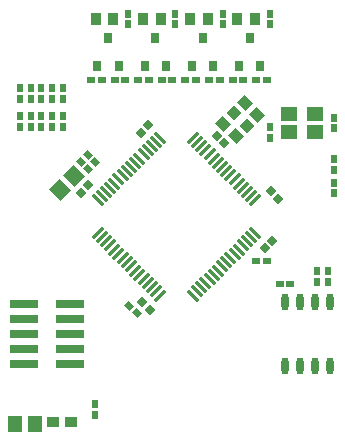
<source format=gtp>
G04*
G04 #@! TF.GenerationSoftware,Altium Limited,Altium Designer,19.0.15 (446)*
G04*
G04 Layer_Color=8421504*
%FSLAX44Y44*%
%MOMM*%
G71*
G01*
G75*
%ADD14R,1.2000X1.4000*%
%ADD15R,0.5500X0.6500*%
%ADD16O,0.6000X1.4500*%
%ADD17R,0.6600X0.6200*%
%ADD18R,1.4000X1.1500*%
%ADD19R,0.9000X1.1000*%
%ADD20R,0.6200X0.6600*%
%ADD21R,0.6500X0.5500*%
%ADD22R,0.6500X0.9500*%
G04:AMPARAMS|DCode=23|XSize=0.3mm|YSize=1.4mm|CornerRadius=0mm|HoleSize=0mm|Usage=FLASHONLY|Rotation=315.000|XOffset=0mm|YOffset=0mm|HoleType=Round|Shape=Round|*
%AMOVALD23*
21,1,1.1000,0.3000,0.0000,0.0000,45.0*
1,1,0.3000,-0.3889,-0.3889*
1,1,0.3000,0.3889,0.3889*
%
%ADD23OVALD23*%

G04:AMPARAMS|DCode=24|XSize=0.3mm|YSize=1.4mm|CornerRadius=0mm|HoleSize=0mm|Usage=FLASHONLY|Rotation=225.000|XOffset=0mm|YOffset=0mm|HoleType=Round|Shape=Round|*
%AMOVALD24*
21,1,1.1000,0.3000,0.0000,0.0000,315.0*
1,1,0.3000,-0.3889,0.3889*
1,1,0.3000,0.3889,-0.3889*
%
%ADD24OVALD24*%

G04:AMPARAMS|DCode=25|XSize=0.55mm|YSize=0.65mm|CornerRadius=0mm|HoleSize=0mm|Usage=FLASHONLY|Rotation=225.000|XOffset=0mm|YOffset=0mm|HoleType=Round|Shape=Rectangle|*
%AMROTATEDRECTD25*
4,1,4,-0.0354,0.4243,0.4243,-0.0354,0.0354,-0.4243,-0.4243,0.0354,-0.0354,0.4243,0.0*
%
%ADD25ROTATEDRECTD25*%

%ADD26R,1.0000X0.9500*%
G04:AMPARAMS|DCode=27|XSize=0.62mm|YSize=0.66mm|CornerRadius=0mm|HoleSize=0mm|Usage=FLASHONLY|Rotation=45.000|XOffset=0mm|YOffset=0mm|HoleType=Round|Shape=Rectangle|*
%AMROTATEDRECTD27*
4,1,4,0.0141,-0.4526,-0.4526,0.0141,-0.0141,0.4526,0.4526,-0.0141,0.0141,-0.4526,0.0*
%
%ADD27ROTATEDRECTD27*%

G04:AMPARAMS|DCode=28|XSize=0.95mm|YSize=1mm|CornerRadius=0mm|HoleSize=0mm|Usage=FLASHONLY|Rotation=45.000|XOffset=0mm|YOffset=0mm|HoleType=Round|Shape=Rectangle|*
%AMROTATEDRECTD28*
4,1,4,0.0177,-0.6894,-0.6894,0.0177,-0.0177,0.6894,0.6894,-0.0177,0.0177,-0.6894,0.0*
%
%ADD28ROTATEDRECTD28*%

G04:AMPARAMS|DCode=29|XSize=1.4mm|YSize=1.2mm|CornerRadius=0mm|HoleSize=0mm|Usage=FLASHONLY|Rotation=135.000|XOffset=0mm|YOffset=0mm|HoleType=Round|Shape=Rectangle|*
%AMROTATEDRECTD29*
4,1,4,0.9192,-0.0707,0.0707,-0.9192,-0.9192,0.0707,-0.0707,0.9192,0.9192,-0.0707,0.0*
%
%ADD29ROTATEDRECTD29*%

G04:AMPARAMS|DCode=30|XSize=0.62mm|YSize=0.66mm|CornerRadius=0mm|HoleSize=0mm|Usage=FLASHONLY|Rotation=135.000|XOffset=0mm|YOffset=0mm|HoleType=Round|Shape=Rectangle|*
%AMROTATEDRECTD30*
4,1,4,0.4526,0.0141,-0.0141,-0.4526,-0.4526,-0.0141,0.0141,0.4526,0.4526,0.0141,0.0*
%
%ADD30ROTATEDRECTD30*%

G04:AMPARAMS|DCode=31|XSize=0.94mm|YSize=0.89mm|CornerRadius=0mm|HoleSize=0mm|Usage=FLASHONLY|Rotation=225.000|XOffset=0mm|YOffset=0mm|HoleType=Round|Shape=Rectangle|*
%AMROTATEDRECTD31*
4,1,4,0.0177,0.6470,0.6470,0.0177,-0.0177,-0.6470,-0.6470,-0.0177,0.0177,0.6470,0.0*
%
%ADD31ROTATEDRECTD31*%

G04:AMPARAMS|DCode=32|XSize=0.76mm|YSize=2.4mm|CornerRadius=0.19mm|HoleSize=0mm|Usage=FLASHONLY|Rotation=90.000|XOffset=0mm|YOffset=0mm|HoleType=Round|Shape=RoundedRectangle|*
%AMROUNDEDRECTD32*
21,1,0.7600,2.0200,0,0,90.0*
21,1,0.3800,2.4000,0,0,90.0*
1,1,0.3800,1.0100,0.1900*
1,1,0.3800,1.0100,-0.1900*
1,1,0.3800,-1.0100,-0.1900*
1,1,0.3800,-1.0100,0.1900*
%
%ADD32ROUNDEDRECTD32*%
D14*
X30500Y53000D02*
D03*
X13500D02*
D03*
D15*
X53500Y328500D02*
D03*
Y337500D02*
D03*
X44500Y328500D02*
D03*
Y337500D02*
D03*
X35500Y328500D02*
D03*
Y337500D02*
D03*
X26500Y328500D02*
D03*
Y337500D02*
D03*
X17500Y328500D02*
D03*
Y337500D02*
D03*
X278000Y173500D02*
D03*
Y182500D02*
D03*
X269000Y173500D02*
D03*
Y182500D02*
D03*
X53500Y304500D02*
D03*
Y313500D02*
D03*
X44500Y304500D02*
D03*
Y313500D02*
D03*
X35500Y304500D02*
D03*
Y313500D02*
D03*
X26500Y304500D02*
D03*
Y313500D02*
D03*
X17500Y304500D02*
D03*
Y313500D02*
D03*
X109000Y400500D02*
D03*
Y391500D02*
D03*
X81182Y69750D02*
D03*
Y60750D02*
D03*
X149000Y400500D02*
D03*
Y391500D02*
D03*
X189000Y400500D02*
D03*
Y391500D02*
D03*
X229000Y400500D02*
D03*
Y391500D02*
D03*
D16*
X241950Y102350D02*
D03*
X254650D02*
D03*
X267350D02*
D03*
X280050D02*
D03*
X241950Y156850D02*
D03*
X254650D02*
D03*
X267350D02*
D03*
X280050D02*
D03*
D17*
X246400Y172000D02*
D03*
X237600D02*
D03*
D18*
X245000Y316000D02*
D03*
X267000D02*
D03*
X245000Y300000D02*
D03*
X267000D02*
D03*
D19*
X96500Y396000D02*
D03*
X81500D02*
D03*
X136500Y396000D02*
D03*
X121500D02*
D03*
X176500D02*
D03*
X161500D02*
D03*
X216500D02*
D03*
X201500D02*
D03*
D20*
X283000Y303600D02*
D03*
Y312400D02*
D03*
X229000Y304400D02*
D03*
Y295600D02*
D03*
X283000Y257400D02*
D03*
Y248600D02*
D03*
Y268600D02*
D03*
Y277400D02*
D03*
D21*
X217500Y191000D02*
D03*
X226500D02*
D03*
X86500Y344000D02*
D03*
X77500D02*
D03*
X106500D02*
D03*
X97500D02*
D03*
X126500Y344000D02*
D03*
X117500D02*
D03*
X146500D02*
D03*
X137500D02*
D03*
X166500D02*
D03*
X157500D02*
D03*
X186500D02*
D03*
X177500D02*
D03*
X206500D02*
D03*
X197500D02*
D03*
X226500D02*
D03*
X217500D02*
D03*
D22*
X92000Y379750D02*
D03*
X101000Y356250D02*
D03*
X83000D02*
D03*
X132000Y379750D02*
D03*
X141000Y356250D02*
D03*
X123000D02*
D03*
X172000Y379750D02*
D03*
X181000Y356250D02*
D03*
X163000D02*
D03*
X212000Y379750D02*
D03*
X221000Y356250D02*
D03*
X203000D02*
D03*
D23*
X216822Y242482D02*
D03*
X213286Y246018D02*
D03*
X209750Y249553D02*
D03*
X206215Y253089D02*
D03*
X202680Y256624D02*
D03*
X199144Y260160D02*
D03*
X195608Y263696D02*
D03*
X192073Y267231D02*
D03*
X188537Y270767D02*
D03*
X185002Y274302D02*
D03*
X181466Y277838D02*
D03*
X177931Y281373D02*
D03*
X174395Y284909D02*
D03*
X170860Y288444D02*
D03*
X167324Y291980D02*
D03*
X163789Y295515D02*
D03*
X83178Y214905D02*
D03*
X86714Y211370D02*
D03*
X90250Y207834D02*
D03*
X93785Y204298D02*
D03*
X97320Y200763D02*
D03*
X100856Y197227D02*
D03*
X104392Y193692D02*
D03*
X107927Y190156D02*
D03*
X111463Y186621D02*
D03*
X114998Y183085D02*
D03*
X118534Y179550D02*
D03*
X122069Y176014D02*
D03*
X125605Y172479D02*
D03*
X129140Y168943D02*
D03*
X132676Y165408D02*
D03*
X136211Y161872D02*
D03*
D24*
Y295515D02*
D03*
X132676Y291980D02*
D03*
X129140Y288444D02*
D03*
X125605Y284909D02*
D03*
X122069Y281373D02*
D03*
X118534Y277838D02*
D03*
X114998Y274302D02*
D03*
X111463Y270767D02*
D03*
X107927Y267231D02*
D03*
X104392Y263696D02*
D03*
X100856Y260160D02*
D03*
X97320Y256624D02*
D03*
X93785Y253089D02*
D03*
X90250Y249553D02*
D03*
X86714Y246018D02*
D03*
X83178Y242482D02*
D03*
X163789Y161872D02*
D03*
X167324Y165408D02*
D03*
X170860Y168943D02*
D03*
X174395Y172479D02*
D03*
X177931Y176014D02*
D03*
X181466Y179550D02*
D03*
X185002Y183085D02*
D03*
X188537Y186621D02*
D03*
X192073Y190156D02*
D03*
X195608Y193692D02*
D03*
X199144Y197227D02*
D03*
X202680Y200763D02*
D03*
X206215Y204298D02*
D03*
X209750Y207834D02*
D03*
X213286Y211370D02*
D03*
X216822Y214905D02*
D03*
D25*
X109818Y153182D02*
D03*
X116182Y146818D02*
D03*
X81182Y274818D02*
D03*
X74818Y281182D02*
D03*
X75182Y268818D02*
D03*
X68818Y275182D02*
D03*
D26*
X45500Y55000D02*
D03*
X60500D02*
D03*
D27*
X236111Y243889D02*
D03*
X229889Y250111D02*
D03*
X190111Y290889D02*
D03*
X183889Y297111D02*
D03*
X120889Y156111D02*
D03*
X127111Y149889D02*
D03*
D28*
X189697Y307303D02*
D03*
X200303Y296697D02*
D03*
X218303Y314697D02*
D03*
X207697Y325303D02*
D03*
D29*
X50990Y250990D02*
D03*
X63010Y263010D02*
D03*
D30*
X126111Y306111D02*
D03*
X119889Y299889D02*
D03*
X224889Y201889D02*
D03*
X231111Y208111D02*
D03*
X75111Y255111D02*
D03*
X68889Y248889D02*
D03*
D31*
X198449Y316551D02*
D03*
X209551Y305449D02*
D03*
D32*
X21000Y155000D02*
D03*
X60000D02*
D03*
X21000Y142300D02*
D03*
X60000D02*
D03*
X21000Y129600D02*
D03*
X60000D02*
D03*
X21000Y116900D02*
D03*
X60000D02*
D03*
X21000Y104200D02*
D03*
X60000D02*
D03*
M02*

</source>
